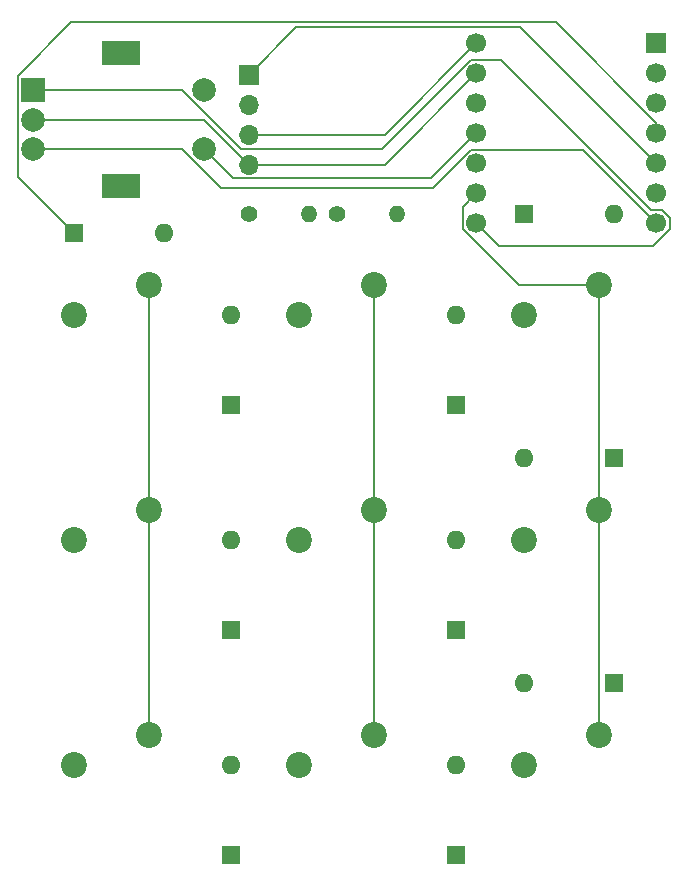
<source format=gbr>
%TF.GenerationSoftware,KiCad,Pcbnew,8.0.5*%
%TF.CreationDate,2024-10-24T23:33:22-07:00*%
%TF.ProjectId,HackPad,4861636b-5061-4642-9e6b-696361645f70,rev?*%
%TF.SameCoordinates,Original*%
%TF.FileFunction,Copper,L1,Top*%
%TF.FilePolarity,Positive*%
%FSLAX46Y46*%
G04 Gerber Fmt 4.6, Leading zero omitted, Abs format (unit mm)*
G04 Created by KiCad (PCBNEW 8.0.5) date 2024-10-24 23:33:22*
%MOMM*%
%LPD*%
G01*
G04 APERTURE LIST*
%TA.AperFunction,ComponentPad*%
%ADD10C,2.200000*%
%TD*%
%TA.AperFunction,ComponentPad*%
%ADD11R,1.700000X1.700000*%
%TD*%
%TA.AperFunction,ComponentPad*%
%ADD12O,1.700000X1.700000*%
%TD*%
%TA.AperFunction,ComponentPad*%
%ADD13C,1.400000*%
%TD*%
%TA.AperFunction,ComponentPad*%
%ADD14O,1.400000X1.400000*%
%TD*%
%TA.AperFunction,ComponentPad*%
%ADD15R,1.600000X1.600000*%
%TD*%
%TA.AperFunction,ComponentPad*%
%ADD16O,1.600000X1.600000*%
%TD*%
%TA.AperFunction,ComponentPad*%
%ADD17R,2.000000X2.000000*%
%TD*%
%TA.AperFunction,ComponentPad*%
%ADD18C,2.000000*%
%TD*%
%TA.AperFunction,ComponentPad*%
%ADD19R,3.200000X2.000000*%
%TD*%
%TA.AperFunction,ComponentPad*%
%ADD20C,1.700000*%
%TD*%
%TA.AperFunction,Conductor*%
%ADD21C,0.200000*%
%TD*%
G04 APERTURE END LIST*
D10*
%TO.P,SW1,1,1*%
%TO.N,1S1*%
X53490000Y-66370000D03*
%TO.P,SW1,2,2*%
%TO.N,Net-(D1-A)*%
X47140000Y-68910000D03*
%TD*%
D11*
%TO.P,J2,1,Pin_1*%
%TO.N,Net-(J2-Pin_1)*%
X61954000Y-48510000D03*
D12*
%TO.P,J2,2,Pin_2*%
%TO.N,Net-(J2-Pin_2)*%
X61954000Y-51050000D03*
%TO.P,J2,3,Pin_3*%
%TO.N,+5V*%
X61954000Y-53590000D03*
%TO.P,J2,4,Pin_4*%
%TO.N,GND*%
X61954000Y-56130000D03*
%TD*%
D10*
%TO.P,SW10,1,1*%
%TO.N,Column 3*%
X91590000Y-85420000D03*
%TO.P,SW10,2,2*%
%TO.N,Net-(D10-A)*%
X85240000Y-87960000D03*
%TD*%
%TO.P,SW7,1,1*%
%TO.N,Column 2*%
X72540000Y-104470000D03*
%TO.P,SW7,2,2*%
%TO.N,Net-(D7-A)*%
X66190000Y-107010000D03*
%TD*%
%TO.P,SW3,1,1*%
%TO.N,1S1*%
X53490000Y-104470000D03*
%TO.P,SW3,2,2*%
%TO.N,Net-(D3-A)*%
X47140000Y-107010000D03*
%TD*%
%TO.P,SW6,1,1*%
%TO.N,Column 2*%
X72540000Y-85420000D03*
%TO.P,SW6,2,2*%
%TO.N,Net-(D6-A)*%
X66190000Y-87960000D03*
%TD*%
%TO.P,SW2,1,1*%
%TO.N,1S1*%
X53490000Y-85420000D03*
%TO.P,SW2,2,2*%
%TO.N,Net-(D2-A)*%
X47140000Y-87960000D03*
%TD*%
D13*
%TO.P,R3,1*%
%TO.N,+5V*%
X69460000Y-60292500D03*
D14*
%TO.P,R3,2*%
%TO.N,Net-(J2-Pin_2)*%
X74540000Y-60292500D03*
%TD*%
D10*
%TO.P,SW5,1,1*%
%TO.N,Column 2*%
X72540000Y-66370000D03*
%TO.P,SW5,2,2*%
%TO.N,Net-(D5-A)*%
X66190000Y-68910000D03*
%TD*%
%TO.P,SW9,1,1*%
%TO.N,Column 3*%
X91590000Y-66370000D03*
%TO.P,SW9,2,2*%
%TO.N,Net-(D9-A)*%
X85240000Y-68910000D03*
%TD*%
%TO.P,SW11,1,1*%
%TO.N,Column 3*%
X91590000Y-104470000D03*
%TO.P,SW11,2,2*%
%TO.N,Net-(D11-A)*%
X85240000Y-107010000D03*
%TD*%
D15*
%TO.P,D9,1,K*%
%TO.N,Row 1*%
X85240000Y-60292500D03*
D16*
%TO.P,D9,2,A*%
%TO.N,Net-(D9-A)*%
X92860000Y-60292500D03*
%TD*%
D13*
%TO.P,R4,1*%
%TO.N,+5V*%
X61960000Y-60292500D03*
D14*
%TO.P,R4,2*%
%TO.N,Net-(J2-Pin_1)*%
X67040000Y-60292500D03*
%TD*%
D17*
%TO.P,SW13,A,A*%
%TO.N,1A*%
X43700000Y-49820000D03*
D18*
%TO.P,SW13,B,B*%
%TO.N,1B*%
X43700000Y-54820000D03*
%TO.P,SW13,C,C*%
%TO.N,GND*%
X43700000Y-52320000D03*
D19*
%TO.P,SW13,MP*%
%TO.N,N/C*%
X51200000Y-46720000D03*
X51200000Y-57920000D03*
D18*
%TO.P,SW13,S1,S1*%
%TO.N,1S1*%
X58200000Y-54820000D03*
%TO.P,SW13,S2,S2*%
%TO.N,1S2*%
X58200000Y-49820000D03*
%TD*%
D15*
%TO.P,D22,1,K*%
%TO.N,Row 4*%
X47140000Y-61925000D03*
D16*
%TO.P,D22,2,A*%
%TO.N,1S2*%
X54760000Y-61925000D03*
%TD*%
D15*
%TO.P,D2,1,K*%
%TO.N,Row 2*%
X60475000Y-95580000D03*
D16*
%TO.P,D2,2,A*%
%TO.N,Net-(D2-A)*%
X60475000Y-87960000D03*
%TD*%
D15*
%TO.P,D7,1,K*%
%TO.N,Row 3*%
X79525000Y-114630000D03*
D16*
%TO.P,D7,2,A*%
%TO.N,Net-(D7-A)*%
X79525000Y-107010000D03*
%TD*%
D15*
%TO.P,D5,1,K*%
%TO.N,Row 1*%
X79525000Y-76530000D03*
D16*
%TO.P,D5,2,A*%
%TO.N,Net-(D5-A)*%
X79525000Y-68910000D03*
%TD*%
D15*
%TO.P,D6,1,K*%
%TO.N,Row 2*%
X79525000Y-95580000D03*
D16*
%TO.P,D6,2,A*%
%TO.N,Net-(D6-A)*%
X79525000Y-87960000D03*
%TD*%
D15*
%TO.P,D10,1,K*%
%TO.N,Row 2*%
X92860000Y-80975000D03*
D16*
%TO.P,D10,2,A*%
%TO.N,Net-(D10-A)*%
X85240000Y-80975000D03*
%TD*%
D11*
%TO.P,U1,1,PA02_A0_D0*%
%TO.N,Row 1*%
X96479750Y-45875015D03*
D20*
%TO.P,U1,2,PA4_A1_D1*%
%TO.N,Row 2*%
X96479750Y-48415015D03*
%TO.P,U1,3,PA10_A2_D2*%
%TO.N,Row 3*%
X96479750Y-50955015D03*
%TO.P,U1,4,PA11_A3_D3*%
%TO.N,Row 4*%
X96479750Y-53495015D03*
%TO.P,U1,5,PA8_A4_D4_SDA*%
%TO.N,Net-(J2-Pin_1)*%
X96479750Y-56035015D03*
%TO.P,U1,6,PA9_A5_D5_SCL*%
%TO.N,Net-(J2-Pin_2)*%
X96479750Y-58575015D03*
%TO.P,U1,7,PB08_A6_D6_TX*%
%TO.N,1B*%
X96479750Y-61115015D03*
%TO.P,U1,8,PB09_A7_D7_RX*%
%TO.N,1A*%
X81229750Y-61115015D03*
%TO.P,U1,9,PA7_A8_D8_SCK*%
%TO.N,Column 3*%
X81229750Y-58575015D03*
%TO.P,U1,10,PA5_A9_D9_MISO*%
%TO.N,Column 2*%
X81229750Y-56035015D03*
%TO.P,U1,11,PA6_A10_D10_MOSI*%
%TO.N,1S1*%
X81229750Y-53495015D03*
%TO.P,U1,12,3V3*%
%TO.N,unconnected-(U1-3V3-Pad12)*%
X81229750Y-50955015D03*
%TO.P,U1,13,GND*%
%TO.N,GND*%
X81229750Y-48415015D03*
%TO.P,U1,14,5V*%
%TO.N,+5V*%
X81229750Y-45875015D03*
%TD*%
D15*
%TO.P,D3,1,K*%
%TO.N,Row 3*%
X60475000Y-114630000D03*
D16*
%TO.P,D3,2,A*%
%TO.N,Net-(D3-A)*%
X60475000Y-107010000D03*
%TD*%
D15*
%TO.P,D11,1,K*%
%TO.N,Row 3*%
X92860000Y-100025000D03*
D16*
%TO.P,D11,2,A*%
%TO.N,Net-(D11-A)*%
X85240000Y-100025000D03*
%TD*%
D15*
%TO.P,D1,1,K*%
%TO.N,Row 1*%
X60475000Y-76530000D03*
D16*
%TO.P,D1,2,A*%
%TO.N,Net-(D1-A)*%
X60475000Y-68910000D03*
%TD*%
D21*
%TO.N,Column 2*%
X72540000Y-66370000D02*
X72540000Y-104470000D01*
%TO.N,Row 4*%
X87998389Y-44100000D02*
X96479750Y-52581361D01*
X42400000Y-48600000D02*
X46900000Y-44100000D01*
X47140000Y-61925000D02*
X42400000Y-57185000D01*
X96479750Y-52581361D02*
X96479750Y-53495015D01*
X46900000Y-44100000D02*
X87998389Y-44100000D01*
X42400000Y-57185000D02*
X42400000Y-48600000D01*
%TO.N,Net-(J2-Pin_1)*%
X61954000Y-48510000D02*
X65964000Y-44500000D01*
X84944735Y-44500000D02*
X96479750Y-56035015D01*
X65964000Y-44500000D02*
X84944735Y-44500000D01*
%TO.N,GND*%
X73514765Y-56130000D02*
X81229750Y-48415015D01*
X58144000Y-52320000D02*
X61954000Y-56130000D01*
X61954000Y-56130000D02*
X73514765Y-56130000D01*
X43700000Y-52320000D02*
X58144000Y-52320000D01*
%TO.N,Column 3*%
X80079750Y-61591361D02*
X80079750Y-59725015D01*
X91590000Y-66370000D02*
X84858389Y-66370000D01*
X84858389Y-66370000D02*
X80079750Y-61591361D01*
X80079750Y-59725015D02*
X81229750Y-58575015D01*
X91590000Y-66370000D02*
X91590000Y-104470000D01*
%TO.N,+5V*%
X61954000Y-53590000D02*
X73514765Y-53590000D01*
X73514765Y-53590000D02*
X81229750Y-45875015D01*
%TO.N,1S1*%
X58200000Y-54820000D02*
X60660000Y-57280000D01*
X53490000Y-66370000D02*
X53490000Y-104470000D01*
X77444765Y-57280000D02*
X81229750Y-53495015D01*
X60660000Y-57280000D02*
X77444765Y-57280000D01*
%TO.N,1B*%
X80753404Y-54885015D02*
X90249750Y-54885015D01*
X77538879Y-58099540D02*
X80753404Y-54885015D01*
X56361522Y-54820000D02*
X59641062Y-58099540D01*
X59641062Y-58099540D02*
X77538879Y-58099540D01*
X43700000Y-54820000D02*
X56361522Y-54820000D01*
X90249750Y-54885015D02*
X96479750Y-61115015D01*
%TO.N,1A*%
X83139735Y-63025000D02*
X81229750Y-61115015D01*
X56361522Y-49820000D02*
X61331061Y-54789539D01*
X97629750Y-60638669D02*
X97629750Y-61591361D01*
X96003404Y-59965015D02*
X96956096Y-59965015D01*
X80753404Y-47265015D02*
X83303404Y-47265015D01*
X43700000Y-49820000D02*
X56361522Y-49820000D01*
X61331061Y-54789539D02*
X73228880Y-54789539D01*
X96196111Y-63025000D02*
X83139735Y-63025000D01*
X96956096Y-59965015D02*
X97629750Y-60638669D01*
X97629750Y-61591361D02*
X96196111Y-63025000D01*
X83303404Y-47265015D02*
X96003404Y-59965015D01*
X73228880Y-54789539D02*
X80753404Y-47265015D01*
%TD*%
M02*

</source>
